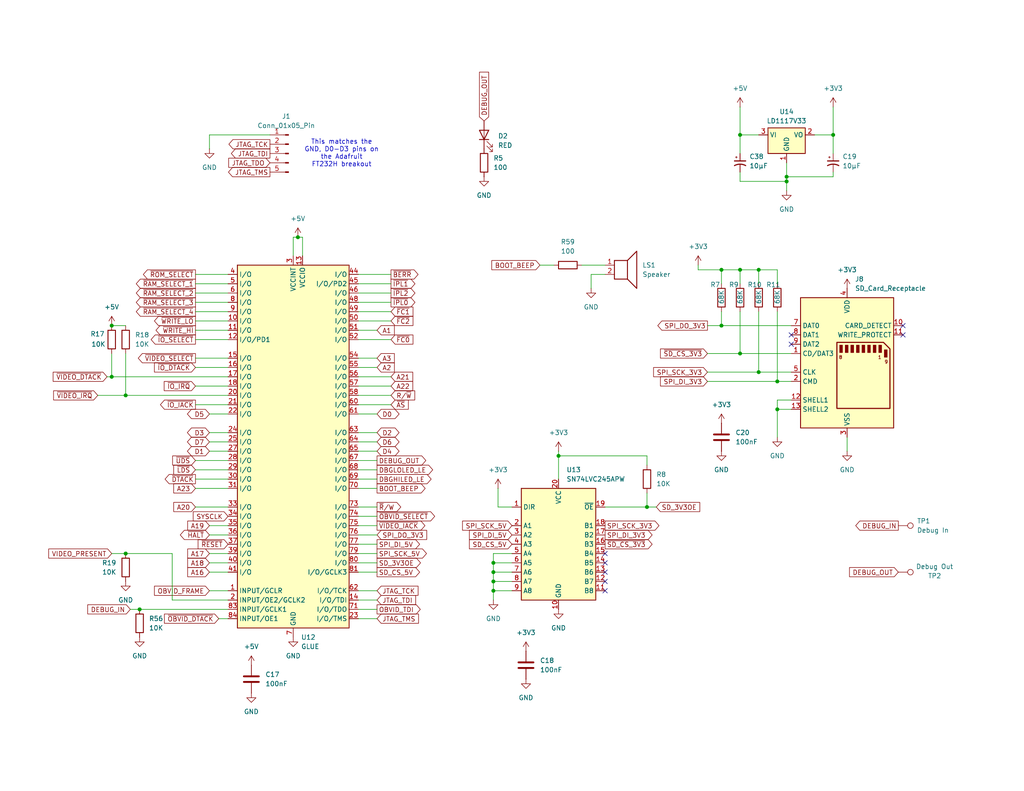
<source format=kicad_sch>
(kicad_sch (version 20250114) (generator "eeschema") (generator_version "9.0")
  (paper "USLetter")
  (lib_symbols
    (symbol "CPLD_Microchip:ATF1508ASx-xxJx84"
      (property "Reference" "U" (at -15.24 49.784 0))
      (property "Value" "ATF1508ASx-xxJx84" (at 24.384 49.784 0))
      (symbol "ATF1508ASx-xxJx84_0_1"
        (rectangle (start -15.24 48.26) (end 15.24 -50.8) (stroke (width 0.254)) (fill (type background)))
      )
      (symbol "ATF1508ASx-xxJx84_1_0"
        (pin input line (at -17.78 -45.72 0) (length 2.54) (name "INPUT/GCLK1") (number "83"))
        (pin input line (at -17.78 -48.26 0) (length 2.54) (name "INPUT/OE1") (number "84"))
        (pin passive line (at 0 -53.34 90) (length 2.54) (hide yes) (name "GND") (number "47"))
        (pin passive line (at 0 -53.34 90) (length 2.54) (hide yes) (name "GND") (number "59"))
        (pin passive line (at 0 -53.34 90) (length 2.54) (hide yes) (name "GND") (number "72"))
        (pin passive line (at 0 -53.34 90) (length 2.54) (hide yes) (name "GND") (number "82"))
        (pin power_in line (at 2.54 50.8 270) (length 2.54) (name "VCCIO") (number "13"))
        (pin passive line (at 2.54 50.8 270) (length 2.54) (hide yes) (name "VCCIO") (number "66"))
        (pin passive line (at 2.54 50.8 270) (length 2.54) (hide yes) (name "VCCIO") (number "78"))
        (pin bidirectional line (at 17.78 43.18 180) (length 2.54) (name "I/O/PD2") (number "45"))
        (pin bidirectional line (at 17.78 40.64 180) (length 2.54) (name "I/O") (number "46"))
        (pin bidirectional line (at 17.78 38.1 180) (length 2.54) (name "I/O") (number "48"))
        (pin bidirectional line (at 17.78 35.56 180) (length 2.54) (name "I/O") (number "49"))
        (pin bidirectional line (at 17.78 33.02 180) (length 2.54) (name "I/O") (number "50"))
        (pin bidirectional line (at 17.78 30.48 180) (length 2.54) (name "I/O") (number "51"))
        (pin bidirectional line (at 17.78 27.94 180) (length 2.54) (name "I/O") (number "52"))
        (pin bidirectional line (at 17.78 22.86 180) (length 2.54) (name "I/O") (number "54"))
        (pin bidirectional line (at 17.78 20.32 180) (length 2.54) (name "I/O") (number "55"))
        (pin bidirectional line (at 17.78 17.78 180) (length 2.54) (name "I/O") (number "56"))
        (pin bidirectional line (at 17.78 15.24 180) (length 2.54) (name "I/O") (number "57"))
        (pin bidirectional line (at 17.78 12.7 180) (length 2.54) (name "I/O") (number "58"))
        (pin bidirectional line (at 17.78 10.16 180) (length 2.54) (name "I/O") (number "60"))
        (pin bidirectional line (at 17.78 7.62 180) (length 2.54) (name "I/O") (number "61"))
        (pin bidirectional line (at 17.78 2.54 180) (length 2.54) (name "I/O") (number "63"))
        (pin bidirectional line (at 17.78 0 180) (length 2.54) (name "I/O") (number "64"))
        (pin bidirectional line (at 17.78 -2.54 180) (length 2.54) (name "I/O") (number "65"))
        (pin bidirectional line (at 17.78 -5.08 180) (length 2.54) (name "I/O") (number "67"))
        (pin bidirectional line (at 17.78 -7.62 180) (length 2.54) (name "I/O") (number "68"))
        (pin bidirectional line (at 17.78 -10.16 180) (length 2.54) (name "I/O") (number "69"))
        (pin bidirectional line (at 17.78 -12.7 180) (length 2.54) (name "I/O") (number "70"))
        (pin bidirectional line (at 17.78 -17.78 180) (length 2.54) (name "I/O") (number "73"))
        (pin bidirectional line (at 17.78 -20.32 180) (length 2.54) (name "I/O") (number "74"))
        (pin bidirectional line (at 17.78 -22.86 180) (length 2.54) (name "I/O") (number "75"))
        (pin bidirectional line (at 17.78 -25.4 180) (length 2.54) (name "I/O") (number "76"))
        (pin bidirectional line (at 17.78 -27.94 180) (length 2.54) (name "I/O") (number "77"))
        (pin bidirectional line (at 17.78 -30.48 180) (length 2.54) (name "I/O") (number "79"))
        (pin bidirectional line (at 17.78 -33.02 180) (length 2.54) (name "I/O") (number "80"))
        (pin bidirectional line (at 17.78 -35.56 180) (length 2.54) (name "I/O/GCLK3") (number "81"))
        (pin bidirectional line (at 17.78 -40.64 180) (length 2.54) (name "I/O/TCK") (number "62"))
        (pin bidirectional line (at 17.78 -45.72 180) (length 2.54) (name "I/O/TDO") (number "71"))
      )
      (symbol "ATF1508ASx-xxJx84_1_1"
        (pin bidirectional line (at -17.78 45.72 0) (length 2.54) (name "I/O") (number "4"))
        (pin bidirectional line (at -17.78 43.18 0) (length 2.54) (name "I/O") (number "5"))
        (pin bidirectional line (at -17.78 40.64 0) (length 2.54) (name "I/O") (number "6"))
        (pin bidirectional line (at -17.78 38.1 0) (length 2.54) (name "I/O") (number "8"))
        (pin bidirectional line (at -17.78 35.56 0) (length 2.54) (name "I/O") (number "9"))
        (pin bidirectional line (at -17.78 33.02 0) (length 2.54) (name "I/O") (number "10"))
        (pin bidirectional line (at -17.78 30.48 0) (length 2.54) (name "I/O") (number "11"))
        (pin bidirectional line (at -17.78 27.94 0) (length 2.54) (name "I/O/PD1") (number "12"))
        (pin bidirectional line (at -17.78 22.86 0) (length 2.54) (name "I/O") (number "15"))
        (pin bidirectional line (at -17.78 20.32 0) (length 2.54) (name "I/O") (number "16"))
        (pin bidirectional line (at -17.78 17.78 0) (length 2.54) (name "I/O") (number "17"))
        (pin bidirectional line (at -17.78 15.24 0) (length 2.54) (name "I/O") (number "18"))
        (pin bidirectional line (at -17.78 12.7 0) (length 2.54) (name "I/O") (number "20"))
        (pin bidirectional line (at -17.78 10.16 0) (length 2.54) (name "I/O") (number "21"))
        (pin bidirectional line (at -17.78 7.62 0) (length 2.54) (name "I/O") (number "22"))
        (pin bidirectional line (at -17.78 2.54 0) (length 2.54) (name "I/O") (number "24"))
        (pin bidirectional line (at -17.78 0 0) (length 2.54) (name "I/O") (number "25"))
        (pin bidirectional line (at -17.78 -2.54 0) (length 2.54) (name "I/O") (number "27"))
        (pin bidirectional line (at -17.78 -5.08 0) (length 2.54) (name "I/O") (number "28"))
        (pin bidirectional line (at -17.78 -7.62 0) (length 2.54) (name "I/O") (number "29"))
        (pin bidirectional line (at -17.78 -10.16 0) (length 2.54) (name "I/O") (number "30"))
        (pin bidirectional line (at -17.78 -12.7 0) (length 2.54) (name "I/O") (number "31"))
        (pin bidirectional line (at -17.78 -17.78 0) (length 2.54) (name "I/O") (number "33"))
        (pin bidirectional line (at -17.78 -20.32 0) (length 2.54) (name "I/O") (number "34"))
        (pin bidirectional line (at -17.78 -22.86 0) (length 2.54) (name "I/O") (number "35"))
        (pin bidirectional line (at -17.78 -25.4 0) (length 2.54) (name "I/O") (number "36"))
        (pin bidirectional line (at -17.78 -27.94 0) (length 2.54) (name "I/O") (number "37"))
        (pin bidirectional line (at -17.78 -30.48 0) (length 2.54) (name "I/O") (number "39"))
        (pin bidirectional line (at -17.78 -33.02 0) (length 2.54) (name "I/O") (number "40"))
        (pin bidirectional line (at -17.78 -35.56 0) (length 2.54) (name "I/O") (number "41"))
        (pin input line (at -17.78 -40.64 0) (length 2.54) (name "INPUT/GCLR") (number "1"))
        (pin input line (at -17.78 -43.18 0) (length 2.54) (name "INPUT/OE2/GCLK2") (number "2"))
        (pin power_in line (at 0 50.8 270) (length 2.54) (name "VCCINT") (number "3"))
        (pin passive line (at 0 50.8 270) (length 2.54) (hide yes) (name "VCCINT") (number "43"))
        (pin passive line (at 0 -53.34 90) (length 2.54) (hide yes) (name "GND") (number "19"))
        (pin passive line (at 0 -53.34 90) (length 2.54) (hide yes) (name "GND") (number "32"))
        (pin passive line (at 0 -53.34 90) (length 2.54) (hide yes) (name "GND") (number "42"))
        (pin power_in line (at 0 -53.34 90) (length 2.54) (name "GND") (number "7"))
        (pin passive line (at 2.54 50.8 270) (length 2.54) (hide yes) (name "VCCIO") (number "26"))
        (pin passive line (at 2.54 50.8 270) (length 2.54) (hide yes) (name "VCCIO") (number "38"))
        (pin passive line (at 2.54 50.8 270) (length 2.54) (hide yes) (name "VCCIO") (number "53"))
        (pin bidirectional line (at 17.78 45.72 180) (length 2.54) (name "I/O") (number "44"))
        (pin bidirectional line (at 17.78 -43.18 180) (length 2.54) (name "I/O/TDI") (number "14"))
        (pin bidirectional line (at 17.78 -48.26 180) (length 2.54) (name "I/O/TMS") (number "23"))
      )
    )
    (symbol "Connector:Conn_01x05_Pin" (pin_names (offset 1.016) (hide yes))
      (property "Reference" "J" (at 0 7.62 0))
      (property "Value" "Conn_01x05_Pin" (at 0 -7.62 0))
      (symbol "Conn_01x05_Pin_1_1"
        (rectangle (start 0.8636 5.207) (end 0 4.953) (stroke (width 0.1524)) (fill (type outline)))
        (rectangle (start 0.8636 2.667) (end 0 2.413) (stroke (width 0.1524)) (fill (type outline)))
        (rectangle (start 0.8636 0.127) (end 0 -0.127) (stroke (width 0.1524)) (fill (type outline)))
        (rectangle (start 0.8636 -2.413) (end 0 -2.667) (stroke (width 0.1524)) (fill (type outline)))
        (rectangle (start 0.8636 -4.953) (end 0 -5.207) (stroke (width 0.1524)) (fill (type outline)))
        (polyline (pts (xy 1.27 5.08) (xy 0.8636 5.08)) (stroke (width 0.1524)))
        (polyline (pts (xy 1.27 2.54) (xy 0.8636 2.54)) (stroke (width 0.1524)))
        (polyline (pts (xy 1.27 0) (xy 0.8636 0)) (stroke (width 0.1524)))
        (polyline (pts (xy 1.27 -2.54) (xy 0.8636 -2.54)) (stroke (width 0.1524)))
        (polyline (pts (xy 1.27 -5.08) (xy 0.8636 -5.08)) (stroke (width 0.1524)))
        (pin passive line (at 5.08 5.08 180) (length 3.81) (name "Pin_1") (number "1"))
        (pin passive line (at 5.08 2.54 180) (length 3.81) (name "Pin_2") (number "2"))
        (pin passive line (at 5.08 0 180) (length 3.81) (name "Pin_3") (number "3"))
        (pin passive line (at 5.08 -2.54 180) (length 3.81) (name "Pin_4") (number "4"))
        (pin passive line (at 5.08 -5.08 180) (length 3.81) (name "Pin_5") (number "5"))
      )
    )
    (symbol "Connector:SD_Card_Receptacle"
      (property "Reference" "J" (at -11.938 19.304 0))
      (property "Value" "SD_Card_Receptacle" (at 10.922 -19.558 0))
      (symbol "SD_Card_Receptacle_0_1"
        (rectangle (start -2.032 2.794) (end -1.27 4.826) (fill (type outline)))
        (rectangle (start -0.508 2.794) (end 0.254 4.826) (fill (type outline)))
        (rectangle (start 1.016 2.794) (end 1.778 4.826) (fill (type outline)))
        (rectangle (start 2.54 2.794) (end 3.302 4.826) (fill (type outline)))
        (rectangle (start 4.064 2.794) (end 4.826 4.826) (fill (type outline)))
        (rectangle (start 5.588 2.794) (end 6.35 4.826) (fill (type outline)))
        (rectangle (start 7.112 2.794) (end 7.874 4.826) (fill (type outline)))
        (rectangle (start 8.636 2.794) (end 9.398 4.826) (fill (type outline)))
        (rectangle (start 10.16 1.524) (end 10.922 3.556) (fill (type outline)))
      )
      (symbol "SD_Card_Receptacle_1_1"
        (rectangle (start -12.7 17.78) (end 12.7 -17.78) (stroke (width 0.254)) (fill (type background)))
        (polyline (pts (xy 9.906 5.588) (xy -2.794 5.588) (xy -2.794 -12.446) (xy 11.684 -12.446) (xy 11.684 3.81) (xy 9.906 5.588)) (stroke (width 0.3)))
        (text "8" (at -1.778 1.524 0) (effects (font (size 0.9 0.9))))
        (text "1" (at 8.89 1.524 0) (effects (font (size 0.9 0.9))))
        (text "9" (at 10.668 0.254 0) (effects (font (size 0.9 0.9))))
        (pin bidirectional line (at -15.24 10.16 0) (length 2.54) (name "DAT0") (number "7"))
        (pin bidirectional line (at -15.24 7.62 0) (length 2.54) (name "DAT1") (number "8"))
        (pin bidirectional line (at -15.24 5.08 0) (length 2.54) (name "DAT2") (number "9"))
        (pin bidirectional line (at -15.24 2.54 0) (length 2.54) (name "CD/DAT3") (number "1"))
        (pin input line (at -15.24 -2.54 0) (length 2.54) (name "CLK") (number "5"))
        (pin bidirectional line (at -15.24 -5.08 0) (length 2.54) (name "CMD") (number "2"))
        (pin passive line (at -15.24 -10.16 0) (length 2.54) (name "SHELL1") (number "12"))
        (pin passive line (at -15.24 -12.7 0) (length 2.54) (name "SHELL2") (number "13"))
        (pin power_in line (at 0 20.32 270) (length 2.54) (name "VDD") (number "4"))
        (pin power_in line (at 0 -20.32 90) (length 2.54) (name "VSS") (number "3"))
        (pin passive line (at 0 -20.32 90) (length 2.54) (hide yes) (name "VSS") (number "6"))
        (pin output line (at 15.24 10.16 180) (length 2.54) (name "CARD_DETECT") (number "10"))
        (pin output line (at 15.24 7.62 180) (length 2.54) (name "WRITE_PROTECT") (number "11"))
      )
    )
    (symbol "Connector:TestPoint" (pin_numbers (hide yes)) (pin_names (offset 0.762) (hide yes))
      (property "Reference" "TP" (at 0 6.858 0))
      (property "Value" "TestPoint" (at 0 5.08 0))
      (symbol "TestPoint_0_1"
        (circle (center 0 3.302) (radius 0.762))
      )
      (symbol "TestPoint_1_1"
        (pin passive line (at 0 0 90) (length 2.54) (name "1") (number "1"))
      )
    )
    (symbol "Device:C" (pin_numbers (hide yes)) (pin_names (offset 0.254))
      (property "Reference" "C" (at 0.635 2.54 0))
      (property "Value" "C" (at 0.635 -2.54 0))
      (symbol "C_0_1"
        (polyline (pts (xy -2.032 0.762) (xy 2.032 0.762)) (stroke (width 0.508)))
        (polyline (pts (xy -2.032 -0.762) (xy 2.032 -0.762)) (stroke (width 0.508)))
      )
      (symbol "C_1_1"
        (pin passive line (at 0 3.81 270) (length 2.794) (name "~") (number "1"))
        (pin passive line (at 0 -3.81 90) (length 2.794) (name "~") (number "2"))
      )
    )
    (symbol "Device:C_Polarized_Small_US" (pin_numbers (hide yes)) (pin_names (offset 0.254) (hide yes))
      (property "Reference" "C" (at 0.254 1.778 0))
      (property "Value" "C_Polarized_Small_US" (at 0.254 -2.032 0))
      (symbol "C_Polarized_Small_US_0_1"
        (polyline (pts (xy -1.524 0.508) (xy 1.524 0.508)) (stroke (width 0.3048)))
        (polyline (pts (xy -1.27 1.524) (xy -0.762 1.524)))
        (polyline (pts (xy -1.016 1.27) (xy -1.016 1.778)))
        (arc (start -1.524 -0.762) (mid 0 -0.3734) (end 1.524 -0.762) (stroke (width 0.3048)))
      )
      (symbol "C_Polarized_Small_US_1_1"
        (pin passive line (at 0 2.54 270) (length 2.032) (name "~") (number "1"))
        (pin passive line (at 0 -2.54 90) (length 2.032) (name "~") (number "2"))
      )
    )
    (symbol "Device:LED" (pin_numbers (hide yes)) (pin_names (offset 1.016) (hide yes))
      (property "Reference" "D" (at 0 2.54 0))
      (property "Value" "LED" (at 0 -2.54 0))
      (symbol "LED_0_1"
        (polyline (pts (xy -3.048 -0.762) (xy -4.572 -2.286) (xy -3.81 -2.286) (xy -4.572 -2.286) (xy -4.572 -1.524)))
        (polyline (pts (xy -1.778 -0.762) (xy -3.302 -2.286) (xy -2.54 -2.286) (xy -3.302 -2.286) (xy -3.302 -1.524)))
        (polyline (pts (xy -1.27 0) (xy 1.27 0)))
        (polyline (pts (xy -1.27 -1.27) (xy -1.27 1.27)) (stroke (width 0.254)))
        (polyline (pts (xy 1.27 -1.27) (xy 1.27 1.27) (xy -1.27 0) (xy 1.27 -1.27)) (stroke (width 0.254)))
      )
      (symbol "LED_1_1"
        (pin passive line (at -3.81 0 0) (length 2.54) (name "K") (number "1"))
        (pin passive line (at 3.81 0 180) (length 2.54) (name "A") (number "2"))
      )
    )
    (symbol "Device:R" (pin_numbers (hide yes)) (pin_names (offset 0))
      (property "Reference" "R" (at 2.032 0 90))
      (property "Value" "R" (at 0 0 90))
      (symbol "R_0_1"
        (rectangle (start -1.016 -2.54) (end 1.016 2.54) (stroke (width 0.254)))
      )
      (symbol "R_1_1"
        (pin passive line (at 0 3.81 270) (length 1.27) (name "~") (number "1"))
        (pin passive line (at 0 -3.81 90) (length 1.27) (name "~") (number "2"))
      )
    )
    (symbol "Device:Speaker" (pin_names (offset 0) (hide yes))
      (property "Reference" "LS" (at 1.27 5.715 0))
      (property "Value" "Speaker" (at 1.27 3.81 0))
      (symbol "Speaker_0_0"
        (rectangle (start -2.54 1.27) (end 1.016 -3.81) (stroke (width 0.254)))
        (polyline (pts (xy 1.016 1.27) (xy 3.556 3.81) (xy 3.556 -6.35) (xy 1.016 -3.81)) (stroke (width 0.254)))
      )
      (symbol "Speaker_1_1"
        (pin input line (at -5.08 0 0) (length 2.54) (name "1") (number "1"))
        (pin input line (at -5.08 -2.54 0) (length 2.54) (name "2") (number "2"))
      )
    )
    (symbol "Logic_LevelTranslator:SN74LVC245APW"
      (property "Reference" "U" (at -10.16 17.78 0))
      (property "Value" "SN74LVC245APW" (at 10.16 17.78 0))
      (symbol "SN74LVC245APW_0_1"
        (rectangle (start -10.16 15.24) (end 10.16 -15.24) (stroke (width 0.254)) (fill (type background)))
      )
      (symbol "SN74LVC245APW_1_1"
        (pin input line (at -12.7 10.16 0) (length 2.54) (name "DIR") (number "1"))
        (pin bidirectional line (at -12.7 5.08 0) (length 2.54) (name "A1") (number "2"))
        (pin bidirectional line (at -12.7 2.54 0) (length 2.54) (name "A2") (number "3"))
        (pin bidirectional line (at -12.7 0 0) (length 2.54) (name "A3") (number "4"))
        (pin bidirectional line (at -12.7 -2.54 0) (length 2.54) (name "A4") (number "5"))
        (pin bidirectional line (at -12.7 -5.08 0) (length 2.54) (name "A5") (number "6"))
        (pin bidirectional line (at -12.7 -7.62 0) (length 2.54) (name "A6") (number "7"))
        (pin bidirectional line (at -12.7 -10.16 0) (length 2.54) (name "A7") (number "8"))
        (pin bidirectional line (at -12.7 -12.7 0) (length 2.54) (name "A8") (number "9"))
        (pin power_in line (at 0 17.78 270) (length 2.54) (name "VCC") (number "20"))
        (pin power_in line (at 0 -17.78 90) (length 2.54) (name "GND") (number "10"))
        (pin input line (at 12.7 10.16 180) (length 2.54) (name "~{OE}") (number "19"))
        (pin bidirectional line (at 12.7 5.08 180) (length 2.54) (name "B1") (number "18"))
        (pin bidirectional line (at 12.7 2.54 180) (length 2.54) (name "B2") (number "17"))
        (pin bidirectional line (at 12.7 0 180) (length 2.54) (name "B3") (number "16"))
        (pin bidirectional line (at 12.7 -2.54 180) (length 2.54) (name "B4") (number "15"))
        (pin bidirectional line (at 12.7 -5.08 180) (length 2.54) (name "B5") (number "14"))
        (pin bidirectional line (at 12.7 -7.62 180) (length 2.54) (name "B6") (number "13"))
        (pin bidirectional line (at 12.7 -10.16 180) (length 2.54) (name "B7") (number "12"))
        (pin bidirectional line (at 12.7 -12.7 180) (length 2.54) (name "B8") (number "11"))
      )
    )
    (symbol "Regulator_Linear:LD1117V33"
      (property "Reference" "U" (at -3.81 3.175 0))
      (property "Value" "LD1117V33" (at 0 3.175 0))
      (symbol "LD1117V33_0_1"
        (rectangle (start -5.08 -5.08) (end 5.08 1.905) (stroke (width 0.254)) (fill (type background)))
      )
      (symbol "LD1117V33_1_1"
        (pin power_in line (at -7.62 0 0) (length 2.54) (name "VI") (number "3"))
        (pin power_in line (at 0 -7.62 90) (length 2.54) (name "GND") (number "1"))
        (pin power_out line (at 7.62 0 180) (length 2.54) (name "VO") (number "2"))
      )
    )
    (symbol "power:+3V3" (power) (pin_numbers (hide yes)) (pin_names (offset 0) (hide yes))
      (property "Value" "+3V3" (at 0 3.556 0))
      (symbol "+3V3_0_1"
        (polyline (pts (xy -0.762 1.27) (xy 0 2.54)))
        (polyline (pts (xy 0 2.54) (xy 0.762 1.27)))
        (polyline (pts (xy 0 0) (xy 0 2.54)))
      )
      (symbol "+3V3_1_1"
        (pin power_in line (at 0 0 90) (length 0) (name "~") (number "1"))
      )
    )
    (symbol "power:+5V" (power) (pin_numbers (hide yes)) (pin_names (offset 0) (hide yes))
      (property "Value" "+5V" (at 0 3.556 0))
      (symbol "+5V_0_1"
        (polyline (pts (xy -0.762 1.27) (xy 0 2.54)))
        (polyline (pts (xy 0 2.54) (xy 0.762 1.27)))
        (polyline (pts (xy 0 0) (xy 0 2.54)))
      )
      (symbol "+5V_1_1"
        (pin power_in line (at 0 0 90) (length 0) (name "~") (number "1"))
      )
    )
    (symbol "power:GND" (power) (pin_numbers (hide yes)) (pin_names (offset 0) (hide yes))
      (property "Value" "GND" (at 0 -3.81 0))
      (symbol "GND_0_1"
        (polyline (pts (xy 0 0) (xy 0 -1.27) (xy 1.27 -1.27) (xy 0 -2.54) (xy -1.27 -1.27) (xy 0 -1.27)))
      )
      (symbol "GND_1_1"
        (pin power_in line (at 0 0 270) (length 0) (name "~") (number "1"))
      )
    )
  )
  (text "This matches the\nGND, D0-D3 pins on\nthe Adafruit\nFT232H breakout" (at 93.218 41.91 0) (effects (font (size 1.27 1.27))))
  (junction (at 214.63 48.26))
  (junction (at 134.62 161.29))
  (junction (at 196.85 73.66))
  (junction (at 212.09 111.76))
  (junction (at 134.62 158.75))
  (junction (at 212.09 104.14))
  (junction (at 201.93 36.83))
  (junction (at 134.62 153.67))
  (junction (at 34.29 151.13))
  (junction (at 152.4 124.46))
  (junction (at 176.53 138.43))
  (junction (at 207.01 73.66))
  (junction (at 227.33 36.83))
  (junction (at 196.85 88.9))
  (junction (at 201.93 96.52))
  (junction (at 214.63 49.53))
  (junction (at 134.62 156.21))
  (junction (at 207.01 101.6))
  (junction (at 81.28 64.77))
  (junction (at 30.48 88.9))
  (junction (at 34.29 107.95))
  (junction (at 201.93 73.66))
  (junction (at 38.1 166.37))
  (junction (at 30.48 102.87))
  (no_connect (at 215.9 93.98))
  (no_connect (at 165.1 153.67))
  (no_connect (at 215.9 91.44))
  (no_connect (at 165.1 156.21))
  (no_connect (at 165.1 151.13))
  (no_connect (at 165.1 161.29))
  (no_connect (at 246.38 88.9))
  (no_connect (at 165.1 158.75))
  (no_connect (at 246.38 91.44))
  (wire (pts (xy 190.5 72.39) (xy 190.5 73.66)))
  (wire (pts (xy 34.29 96.52) (xy 34.29 107.95)))
  (wire (pts (xy 212.09 111.76) (xy 212.09 119.38)))
  (wire (pts (xy 215.9 109.22) (xy 212.09 109.22)))
  (wire (pts (xy 34.29 107.95) (xy 62.23 107.95)))
  (wire (pts (xy 53.34 80.01) (xy 62.23 80.01)))
  (wire (pts (xy 134.62 156.21) (xy 139.7 156.21)))
  (wire (pts (xy 62.23 146.05) (xy 57.15 146.05)))
  (wire (pts (xy 81.28 64.77) (xy 82.55 64.77)))
  (wire (pts (xy 227.33 29.21) (xy 227.33 36.83)))
  (wire (pts (xy 97.79 151.13) (xy 102.87 151.13)))
  (wire (pts (xy 193.04 104.14) (xy 212.09 104.14)))
  (wire (pts (xy 176.53 127) (xy 176.53 124.46)))
  (wire (pts (xy 152.4 124.46) (xy 176.53 124.46)))
  (wire (pts (xy 57.15 36.83) (xy 73.66 36.83)))
  (wire (pts (xy 147.32 72.39) (xy 151.13 72.39)))
  (wire (pts (xy 97.79 113.03) (xy 102.87 113.03)))
  (wire (pts (xy 135.89 133.35) (xy 135.89 138.43)))
  (wire (pts (xy 62.23 143.51) (xy 57.15 143.51)))
  (wire (pts (xy 53.34 128.27) (xy 62.23 128.27)))
  (wire (pts (xy 97.79 148.59) (xy 102.87 148.59)))
  (wire (pts (xy 222.25 36.83) (xy 227.33 36.83)))
  (wire (pts (xy 214.63 49.53) (xy 214.63 52.07)))
  (wire (pts (xy 97.79 90.17) (xy 102.87 90.17)))
  (wire (pts (xy 214.63 44.45) (xy 214.63 48.26)))
  (wire (pts (xy 80.01 64.77) (xy 81.28 64.77)))
  (wire (pts (xy 53.34 125.73) (xy 62.23 125.73)))
  (wire (pts (xy 53.34 82.55) (xy 62.23 82.55)))
  (wire (pts (xy 227.33 46.99) (xy 227.33 48.26)))
  (wire (pts (xy 201.93 36.83) (xy 201.93 41.91)))
  (wire (pts (xy 30.48 102.87) (xy 62.23 102.87)))
  (wire (pts (xy 97.79 163.83) (xy 102.87 163.83)))
  (wire (pts (xy 53.34 105.41) (xy 62.23 105.41)))
  (wire (pts (xy 165.1 138.43) (xy 176.53 138.43)))
  (wire (pts (xy 97.79 125.73) (xy 102.87 125.73)))
  (wire (pts (xy 196.85 77.47) (xy 196.85 73.66)))
  (wire (pts (xy 97.79 133.35) (xy 102.87 133.35)))
  (wire (pts (xy 106.68 74.93) (xy 97.79 74.93)))
  (wire (pts (xy 29.21 102.87) (xy 30.48 102.87)))
  (wire (pts (xy 53.34 97.79) (xy 62.23 97.79)))
  (wire (pts (xy 135.89 138.43) (xy 139.7 138.43)))
  (wire (pts (xy 106.68 102.87) (xy 97.79 102.87)))
  (wire (pts (xy 176.53 134.62) (xy 176.53 138.43)))
  (wire (pts (xy 97.79 140.97) (xy 102.87 140.97)))
  (wire (pts (xy 212.09 104.14) (xy 215.9 104.14)))
  (wire (pts (xy 106.68 107.95) (xy 97.79 107.95)))
  (wire (pts (xy 134.62 153.67) (xy 139.7 153.67)))
  (wire (pts (xy 62.23 151.13) (xy 57.15 151.13)))
  (wire (pts (xy 30.48 88.9) (xy 34.29 88.9)))
  (wire (pts (xy 152.4 124.46) (xy 152.4 130.81)))
  (wire (pts (xy 26.67 107.95) (xy 34.29 107.95)))
  (wire (pts (xy 97.79 97.79) (xy 102.87 97.79)))
  (wire (pts (xy 30.48 96.52) (xy 30.48 102.87)))
  (wire (pts (xy 62.23 118.11) (xy 57.15 118.11)))
  (wire (pts (xy 231.14 119.38) (xy 231.14 123.19)))
  (wire (pts (xy 134.62 156.21) (xy 134.62 158.75)))
  (wire (pts (xy 53.34 130.81) (xy 62.23 130.81)))
  (wire (pts (xy 106.68 85.09) (xy 97.79 85.09)))
  (wire (pts (xy 82.55 69.85) (xy 82.55 64.77)))
  (wire (pts (xy 34.29 151.13) (xy 30.48 151.13)))
  (wire (pts (xy 106.68 87.63) (xy 97.79 87.63)))
  (wire (pts (xy 46.99 151.13) (xy 46.99 163.83)))
  (wire (pts (xy 201.93 46.99) (xy 201.93 49.53)))
  (wire (pts (xy 158.75 72.39) (xy 165.1 72.39)))
  (wire (pts (xy 97.79 130.81) (xy 102.87 130.81)))
  (wire (pts (xy 212.09 109.22) (xy 212.09 111.76)))
  (wire (pts (xy 193.04 96.52) (xy 201.93 96.52)))
  (wire (pts (xy 134.62 151.13) (xy 134.62 153.67)))
  (wire (pts (xy 97.79 153.67) (xy 102.87 153.67)))
  (wire (pts (xy 46.99 163.83) (xy 62.23 163.83)))
  (wire (pts (xy 193.04 88.9) (xy 196.85 88.9)))
  (wire (pts (xy 97.79 166.37) (xy 102.87 166.37)))
  (wire (pts (xy 53.34 90.17) (xy 62.23 90.17)))
  (wire (pts (xy 214.63 48.26) (xy 214.63 49.53)))
  (wire (pts (xy 139.7 151.13) (xy 134.62 151.13)))
  (wire (pts (xy 165.1 74.93) (xy 161.29 74.93)))
  (wire (pts (xy 53.34 87.63) (xy 62.23 87.63)))
  (wire (pts (xy 97.79 128.27) (xy 102.87 128.27)))
  (wire (pts (xy 212.09 73.66) (xy 212.09 77.47)))
  (wire (pts (xy 212.09 111.76) (xy 215.9 111.76)))
  (wire (pts (xy 97.79 143.51) (xy 102.87 143.51)))
  (wire (pts (xy 207.01 77.47) (xy 207.01 73.66)))
  (wire (pts (xy 62.23 161.29) (xy 57.15 161.29)))
  (wire (pts (xy 196.85 85.09) (xy 196.85 88.9)))
  (wire (pts (xy 193.04 101.6) (xy 207.01 101.6)))
  (wire (pts (xy 97.79 118.11) (xy 102.87 118.11)))
  (wire (pts (xy 97.79 146.05) (xy 102.87 146.05)))
  (wire (pts (xy 46.99 151.13) (xy 34.29 151.13)))
  (wire (pts (xy 176.53 138.43) (xy 179.07 138.43)))
  (wire (pts (xy 80.01 64.77) (xy 80.01 69.85)))
  (wire (pts (xy 97.79 168.91) (xy 102.87 168.91)))
  (wire (pts (xy 106.68 80.01) (xy 97.79 80.01)))
  (wire (pts (xy 207.01 85.09) (xy 207.01 101.6)))
  (wire (pts (xy 53.34 74.93) (xy 62.23 74.93)))
  (wire (pts (xy 196.85 88.9) (xy 215.9 88.9)))
  (wire (pts (xy 134.62 153.67) (xy 134.62 156.21)))
  (wire (pts (xy 62.23 153.67) (xy 57.15 153.67)))
  (wire (pts (xy 59.69 168.91) (xy 62.23 168.91)))
  (wire (pts (xy 62.23 123.19) (xy 57.15 123.19)))
  (wire (pts (xy 35.56 166.37) (xy 38.1 166.37)))
  (wire (pts (xy 201.93 73.66) (xy 207.01 73.66)))
  (wire (pts (xy 134.62 161.29) (xy 134.62 163.83)))
  (wire (pts (xy 106.68 110.49) (xy 97.79 110.49)))
  (wire (pts (xy 53.34 77.47) (xy 62.23 77.47)))
  (wire (pts (xy 214.63 48.26) (xy 227.33 48.26)))
  (wire (pts (xy 62.23 156.21) (xy 57.15 156.21)))
  (wire (pts (xy 227.33 36.83) (xy 227.33 41.91)))
  (wire (pts (xy 201.93 85.09) (xy 201.93 96.52)))
  (wire (pts (xy 53.34 100.33) (xy 62.23 100.33)))
  (wire (pts (xy 62.23 113.03) (xy 57.15 113.03)))
  (wire (pts (xy 97.79 100.33) (xy 102.87 100.33)))
  (wire (pts (xy 97.79 156.21) (xy 102.87 156.21)))
  (wire (pts (xy 106.68 92.71) (xy 97.79 92.71)))
  (wire (pts (xy 152.4 123.19) (xy 152.4 124.46)))
  (wire (pts (xy 97.79 120.65) (xy 102.87 120.65)))
  (wire (pts (xy 62.23 120.65) (xy 57.15 120.65)))
  (wire (pts (xy 97.79 138.43) (xy 102.87 138.43)))
  (wire (pts (xy 106.68 77.47) (xy 97.79 77.47)))
  (wire (pts (xy 106.68 82.55) (xy 97.79 82.55)))
  (wire (pts (xy 134.62 158.75) (xy 139.7 158.75)))
  (wire (pts (xy 53.34 133.35) (xy 62.23 133.35)))
  (wire (pts (xy 57.15 40.64) (xy 57.15 36.83)))
  (wire (pts (xy 53.34 85.09) (xy 62.23 85.09)))
  (wire (pts (xy 201.93 49.53) (xy 214.63 49.53)))
  (wire (pts (xy 134.62 161.29) (xy 139.7 161.29)))
  (wire (pts (xy 97.79 123.19) (xy 102.87 123.19)))
  (wire (pts (xy 161.29 74.93) (xy 161.29 78.74)))
  (wire (pts (xy 97.79 161.29) (xy 102.87 161.29)))
  (wire (pts (xy 212.09 85.09) (xy 212.09 104.14)))
  (wire (pts (xy 190.5 73.66) (xy 196.85 73.66)))
  (wire (pts (xy 207.01 101.6) (xy 215.9 101.6)))
  (wire (pts (xy 53.34 110.49) (xy 62.23 110.49)))
  (wire (pts (xy 134.62 158.75) (xy 134.62 161.29)))
  (wire (pts (xy 53.34 92.71) (xy 62.23 92.71)))
  (wire (pts (xy 201.93 29.21) (xy 201.93 36.83)))
  (wire (pts (xy 106.68 105.41) (xy 97.79 105.41)))
  (wire (pts (xy 201.93 36.83) (xy 207.01 36.83)))
  (wire (pts (xy 201.93 96.52) (xy 215.9 96.52)))
  (wire (pts (xy 201.93 73.66) (xy 201.93 77.47)))
  (wire (pts (xy 53.34 138.43) (xy 62.23 138.43)))
  (wire (pts (xy 38.1 166.37) (xy 62.23 166.37)))
  (wire (pts (xy 207.01 73.66) (xy 212.09 73.66)))
  (wire (pts (xy 196.85 73.66) (xy 201.93 73.66)))
  (global_label "~{IPL0}" (shape output) (at 106.68 82.55 0) (property "Intersheetrefs" "${INTERSHEET_REFS}" (effects (hide yes))))
  (global_label "SD_CS_5V" (shape output) (at 102.87 156.21 0) (property "Intersheetrefs" "${INTERSHEET_REFS}" (effects (hide yes))))
  (global_label "A23" (shape input) (at 53.34 133.35 180) (property "Intersheetrefs" "${INTERSHEET_REFS}" (effects (hide yes))))
  (global_label "~{OBVID_DTACK}" (shape input) (at 59.69 168.91 180) (property "Intersheetrefs" "${INTERSHEET_REFS}" (effects (hide yes))))
  (global_label "VIDEO_PRESENT" (shape input) (at 30.48 151.13 180) (property "Intersheetrefs" "${INTERSHEET_REFS}" (effects (hide yes))))
  (global_label "~{RAM_SELECT_2}" (shape output) (at 53.34 80.01 180) (property "Intersheetrefs" "${INTERSHEET_REFS}" (effects (hide yes))))
  (global_label "OBVID_TDI" (shape output) (at 102.87 166.37 0) (property "Intersheetrefs" "${INTERSHEET_REFS}" (effects (hide yes))))
  (global_label "~{OBVID_SELECT}" (shape output) (at 102.87 140.97 0) (property "Intersheetrefs" "${INTERSHEET_REFS}" (effects (hide yes))))
  (global_label "~{IO_IRQ}" (shape input) (at 53.34 105.41 180) (property "Intersheetrefs" "${INTERSHEET_REFS}" (effects (hide yes))))
  (global_label "~{FC1}" (shape input) (at 106.68 85.09 0) (property "Intersheetrefs" "${INTERSHEET_REFS}" (effects (hide yes))))
  (global_label "~{RESET}" (shape input) (at 62.23 148.59 180) (property "Intersheetrefs" "${INTERSHEET_REFS}" (effects (hide yes))))
  (global_label "DBGHILED_LE" (shape output) (at 102.87 130.81 0) (property "Intersheetrefs" "${INTERSHEET_REFS}" (effects (hide yes))))
  (global_label "A1" (shape input) (at 102.87 90.17 0) (property "Intersheetrefs" "${INTERSHEET_REFS}" (effects (hide yes))))
  (global_label "~{IO_IACK}" (shape output) (at 53.34 110.49 180) (property "Intersheetrefs" "${INTERSHEET_REFS}" (effects (hide yes))))
  (global_label "~{RAM_SELECT_1}" (shape output) (at 53.34 77.47 180) (property "Intersheetrefs" "${INTERSHEET_REFS}" (effects (hide yes))))
  (global_label "A17" (shape input) (at 57.15 151.13 180) (property "Intersheetrefs" "${INTERSHEET_REFS}" (effects (hide yes))))
  (global_label "SD_3V3OE" (shape input) (at 179.07 138.43 0) (property "Intersheetrefs" "${INTERSHEET_REFS}" (effects (hide yes))))
  (global_label "DEBUG_OUT" (shape output) (at 102.87 125.73 0) (property "Intersheetrefs" "${INTERSHEET_REFS}" (effects (hide yes))))
  (global_label "~{VIDEO_IRQ}" (shape input) (at 26.67 107.95 180) (property "Intersheetrefs" "${INTERSHEET_REFS}" (effects (hide yes))))
  (global_label "JTAG_TDI" (shape input) (at 102.87 163.83 0) (property "Intersheetrefs" "${INTERSHEET_REFS}" (effects (hide yes))))
  (global_label "BOOT_BEEP" (shape input) (at 147.32 72.39 180) (property "Intersheetrefs" "${INTERSHEET_REFS}" (effects (hide yes))))
  (global_label "SPI_SCK_5V" (shape output) (at 102.87 151.13 0) (property "Intersheetrefs" "${INTERSHEET_REFS}" (effects (hide yes))))
  (global_label "~{R}{slash}W" (shape output) (at 102.87 138.43 0) (property "Intersheetrefs" "${INTERSHEET_REFS}" (effects (hide yes))))
  (global_label "A22" (shape input) (at 106.68 105.41 0) (property "Intersheetrefs" "${INTERSHEET_REFS}" (effects (hide yes))))
  (global_label "JTAG_TCK" (shape output) (at 73.66 39.37 180) (property "Intersheetrefs" "${INTERSHEET_REFS}" (effects (hide yes))))
  (global_label "SD_CS_5V" (shape input) (at 139.7 148.59 180) (property "Intersheetrefs" "${INTERSHEET_REFS}" (effects (hide yes))))
  (global_label "D6" (shape bidirectional) (at 102.87 120.65 0) (property "Intersheetrefs" "${INTERSHEET_REFS}" (effects (hide yes))))
  (global_label "SD_3V3OE" (shape output) (at 102.87 153.67 0) (property "Intersheetrefs" "${INTERSHEET_REFS}" (effects (hide yes))))
  (global_label "OBVID_FRAME" (shape input) (at 57.15 161.29 180) (property "Intersheetrefs" "${INTERSHEET_REFS}" (effects (hide yes))))
  (global_label "~{BERR}" (shape output) (at 106.68 74.93 0) (property "Intersheetrefs" "${INTERSHEET_REFS}" (effects (hide yes))))
  (global_label "JTAG_TMS" (shape output) (at 73.66 46.99 180) (property "Intersheetrefs" "${INTERSHEET_REFS}" (effects (hide yes))))
  (global_label "SPI_DO_3V3" (shape output) (at 193.04 88.9 180) (property "Intersheetrefs" "${INTERSHEET_REFS}" (effects (hide yes))))
  (global_label "D0" (shape bidirectional) (at 102.87 113.03 0) (property "Intersheetrefs" "${INTERSHEET_REFS}" (effects (hide yes))))
  (global_label "DEBUG_IN" (shape output) (at 245.11 143.51 180) (property "Intersheetrefs" "${INTERSHEET_REFS}" (effects (hide yes))))
  (global_label "~{IPL2}" (shape output) (at 106.68 80.01 0) (property "Intersheetrefs" "${INTERSHEET_REFS}" (effects (hide yes))))
  (global_label "~{HALT}" (shape bidirectional) (at 57.15 146.05 180) (property "Intersheetrefs" "${INTERSHEET_REFS}" (effects (hide yes))))
  (global_label "SPI_DO_3V3" (shape input) (at 102.87 146.05 0) (property "Intersheetrefs" "${INTERSHEET_REFS}" (effects (hide yes))))
  (global_label "SPI_SCK_5V" (shape input) (at 139.7 143.51 180) (property "Intersheetrefs" "${INTERSHEET_REFS}" (effects (hide yes))))
  (global_label "~{ROM_SELECT}" (shape output) (at 53.34 74.93 180) (property "Intersheetrefs" "${INTERSHEET_REFS}" (effects (hide yes))))
  (global_label "JTAG_TDO" (shape input) (at 73.66 44.45 180) (property "Intersheetrefs" "${INTERSHEET_REFS}" (effects (hide yes))))
  (global_label "~{IO_DTACK}" (shape input) (at 53.34 100.33 180) (property "Intersheetrefs" "${INTERSHEET_REFS}" (effects (hide yes))))
  (global_label "D1" (shape bidirectional) (at 57.15 123.19 180) (property "Intersheetrefs" "${INTERSHEET_REFS}" (effects (hide yes))))
  (global_label "SYSCLK" (shape input) (at 62.23 140.97 180) (property "Intersheetrefs" "${INTERSHEET_REFS}" (effects (hide yes))))
  (global_label "A16" (shape input) (at 57.15 156.21 180) (property "Intersheetrefs" "${INTERSHEET_REFS}" (effects (hide yes))))
  (global_label "~{IO_SELECT}" (shape output) (at 53.34 92.71 180) (property "Intersheetrefs" "${INTERSHEET_REFS}" (effects (hide yes))))
  (global_label "A3" (shape input) (at 102.87 97.79 0) (property "Intersheetrefs" "${INTERSHEET_REFS}" (effects (hide yes))))
  (global_label "A20" (shape input) (at 53.34 138.43 180) (property "Intersheetrefs" "${INTERSHEET_REFS}" (effects (hide yes))))
  (global_label "JTAG_TDI" (shape output) (at 73.66 41.91 180) (property "Intersheetrefs" "${INTERSHEET_REFS}" (effects (hide yes))))
  (global_label "~{FC0}" (shape input) (at 106.68 92.71 0) (property "Intersheetrefs" "${INTERSHEET_REFS}" (effects (hide yes))))
  (global_label "~{VIDEO_SELECT}" (shape output) (at 53.34 97.79 180) (property "Intersheetrefs" "${INTERSHEET_REFS}" (effects (hide yes))))
  (global_label "SPI_DI_5V" (shape input) (at 139.7 146.05 180) (property "Intersheetrefs" "${INTERSHEET_REFS}" (effects (hide yes))))
  (global_label "A21" (shape input) (at 106.68 102.87 0) (property "Intersheetrefs" "${INTERSHEET_REFS}" (effects (hide yes))))
  (global_label "SPI_DI_3V3" (shape output) (at 165.1 146.05 0) (property "Intersheetrefs" "${INTERSHEET_REFS}" (effects (hide yes))))
  (global_label "A2" (shape input) (at 102.87 100.33 0) (property "Intersheetrefs" "${INTERSHEET_REFS}" (effects (hide yes))))
  (global_label "JTAG_TCK" (shape input) (at 102.87 161.29 0) (property "Intersheetrefs" "${INTERSHEET_REFS}" (effects (hide yes))))
  (global_label "~{UDS}" (shape input) (at 53.34 125.73 180) (property "Intersheetrefs" "${INTERSHEET_REFS}" (effects (hide yes))))
  (global_label "~{RAM_SELECT_3}" (shape output) (at 53.34 82.55 180) (property "Intersheetrefs" "${INTERSHEET_REFS}" (effects (hide yes))))
  (global_label "~{WRITE_HI}" (shape output) (at 53.34 90.17 180) (property "Intersheetrefs" "${INTERSHEET_REFS}" (effects (hide yes))))
  (global_label "SPI_SCK_3V3" (shape input) (at 193.04 101.6 180) (property "Intersheetrefs" "${INTERSHEET_REFS}" (effects (hide yes))))
  (global_label "~{RAM_SELECT_4}" (shape output) (at 53.34 85.09 180) (property "Intersheetrefs" "${INTERSHEET_REFS}" (effects (hide yes))))
  (global_label "SPI_DI_5V" (shape output) (at 102.87 148.59 0) (property "Intersheetrefs" "${INTERSHEET_REFS}" (effects (hide yes))))
  (global_label "SPI_SCK_3V3" (shape output) (at 165.1 143.51 0) (property "Intersheetrefs" "${INTERSHEET_REFS}" (effects (hide yes))))
  (global_label "~{SD_CS_3V3}" (shape input) (at 193.04 96.52 180) (property "Intersheetrefs" "${INTERSHEET_REFS}" (effects (hide yes))))
  (global_label "D3" (shape bidirectional) (at 57.15 118.11 180) (property "Intersheetrefs" "${INTERSHEET_REFS}" (effects (hide yes))))
  (global_label "R{slash}~{W}" (shape input) (at 106.68 107.95 0) (property "Intersheetrefs" "${INTERSHEET_REFS}" (effects (hide yes))))
  (global_label "DEBUG_OUT" (shape input) (at 132.08 33.02 90) (property "Intersheetrefs" "${INTERSHEET_REFS}" (effects (hide yes))))
  (global_label "D7" (shape bidirectional) (at 57.15 120.65 180) (property "Intersheetrefs" "${INTERSHEET_REFS}" (effects (hide yes))))
  (global_label "BOOT_BEEP" (shape output) (at 102.87 133.35 0) (property "Intersheetrefs" "${INTERSHEET_REFS}" (effects (hide yes))))
  (global_label "DEBUG_IN" (shape input) (at 35.56 166.37 180) (property "Intersheetrefs" "${INTERSHEET_REFS}" (effects (hide yes))))
  (global_label "DEBUG_OUT" (shape input) (at 245.11 156.21 180) (property "Intersheetrefs" "${INTERSHEET_REFS}" (effects (hide yes))))
  (global_label "~{LDS}" (shape input) (at 53.34 128.27 180) (property "Intersheetrefs" "${INTERSHEET_REFS}" (effects (hide yes))))
  (global_label "SPI_DI_3V3" (shape input) (at 193.04 104.14 180) (property "Intersheetrefs" "${INTERSHEET_REFS}" (effects (hide yes))))
  (global_label "D4" (shape bidirectional) (at 102.87 123.19 0) (property "Intersheetrefs" "${INTERSHEET_REFS}" (effects (hide yes))))
  (global_label "~{VIDEO_IACK}" (shape output) (at 102.87 143.51 0) (property "Intersheetrefs" "${INTERSHEET_REFS}" (effects (hide yes))))
  (global_label "D2" (shape bidirectional) (at 102.87 118.11 0) (property "Intersheetrefs" "${INTERSHEET_REFS}" (effects (hide yes))))
  (global_label "~{DTACK}" (shape output) (at 53.34 130.81 180) (property "Intersheetrefs" "${INTERSHEET_REFS}" (effects (hide yes))))
  (global_label "~{WRITE_LO}" (shape output) (at 53.34 87.63 180) (property "Intersheetrefs" "${INTERSHEET_REFS}" (effects (hide yes))))
  (global_label "JTAG_TMS" (shape input) (at 102.87 168.91 0) (property "Intersheetrefs" "${INTERSHEET_REFS}" (effects (hide yes))))
  (global_label "D5" (shape bidirectional) (at 57.15 113.03 180) (property "Intersheetrefs" "${INTERSHEET_REFS}" (effects (hide yes))))
  (global_label "~{SD_CS_3V3}" (shape output) (at 165.1 148.59 0) (property "Intersheetrefs" "${INTERSHEET_REFS}" (effects (hide yes))))
  (global_label "~{VIDEO_DTACK}" (shape input) (at 29.21 102.87 180) (property "Intersheetrefs" "${INTERSHEET_REFS}" (effects (hide yes))))
  (global_label "~{IPL1}" (shape output) (at 106.68 77.47 0) (property "Intersheetrefs" "${INTERSHEET_REFS}" (effects (hide yes))))
  (global_label "A18" (shape input) (at 57.15 153.67 180) (property "Intersheetrefs" "${INTERSHEET_REFS}" (effects (hide yes))))
  (global_label "DBGLOLED_LE" (shape output) (at 102.87 128.27 0) (property "Intersheetrefs" "${INTERSHEET_REFS}" (effects (hide yes))))
  (global_label "A19" (shape input) (at 57.15 143.51 180) (property "Intersheetrefs" "${INTERSHEET_REFS}" (effects (hide yes))))
  (global_label "~{AS}" (shape input) (at 106.68 110.49 0) (property "Intersheetrefs" "${INTERSHEET_REFS}" (effects (hide yes))))
  (global_label "~{FC2}" (shape input) (at 106.68 87.63 0) (property "Intersheetrefs" "${INTERSHEET_REFS}" (effects (hide yes))))
  (symbol (lib_id "power:+3V3") (at 196.85 115.57 0) (unit 1)
    (property "Reference" "#PWR0139" (effects (hide yes)))
    (property "Value" "+3V3" (at 196.85 110.49 0))
    (property "Description" "Power symbol creates a global label with name \"+3V3\"" (effects (hide yes)))
  )
  (symbol (lib_id "power:GND") (at 212.09 119.38 0) (unit 1)
    (property "Reference" "#PWR082" (effects (hide yes)))
    (property "Value" "GND" (at 212.09 124.46 0))
    (property "Description" "Power symbol creates a global label with name \"GND\" , ground" (effects (hide yes)))
  )
  (symbol (lib_id "Connector:TestPoint") (at 245.11 156.21 270) (unit 1)
    (property "Reference" "TP2" (at 255.016 157.226 90))
    (property "Value" "Debug Out" (at 255.016 154.686 90))
    (property "Footprint" "Connector_PinHeader_2.54mm:PinHeader_1x01_P2.54mm_Vertical" (effects (hide yes)))
    (property "Description" "test point" (effects (hide yes)))
  )
  (symbol (lib_id "Device:R") (at 154.94 72.39 270) (unit 1)
    (property "Reference" "R59" (at 154.94 66.04 90))
    (property "Value" "100" (at 154.94 68.58 90))
    (property "Footprint" "Resistor_THT:R_Axial_DIN0207_L6.3mm_D2.5mm_P10.16mm_Horizontal" (effects (hide yes)))
    (property "Description" "Resistor" (effects (hide yes)))
  )
  (symbol (lib_id "Regulator_Linear:LD1117V33") (at 214.63 36.83 0) (unit 1)
    (property "Reference" "U14" (at 214.63 30.48 0))
    (property "Value" "LD1117V33" (at 214.63 33.02 0))
    (property "Footprint" "Package_TO_SOT_THT:TO-220-3_Vertical" (effects (hide yes)))
    (property "Datasheet" "https://www.st.com/resource/en/datasheet/ld1117.pdf" (effects (hide yes)))
    (property "Description" "800 mA Fixed Low Drop Positive Voltage Regulator (ldo). Max input 15V. Fixed Output 3.3V. TO-220-3" (effects (hide yes)))
  )
  (symbol (lib_id "power:+5V") (at 81.28 64.77 0) (unit 1)
    (property "Reference" "#PWR067" (effects (hide yes)))
    (property "Value" "+5V" (at 81.28 59.69 0))
    (property "Description" "Power symbol creates a global label with name \"+5V\"" (effects (hide yes)))
  )
  (symbol (lib_id "Connector:SD_Card_Receptacle") (at 231.14 99.06 0) (unit 1)
    (property "Reference" "J8" (at 233.2833 76.2 0) (effects (justify left)))
    (property "Value" "SD_Card_Receptacle" (at 233.2833 78.74 0) (effects (justify left)))
    (property "Footprint" "board:10067847-001RLF" (effects (hide yes)))
    (property "Datasheet" "http://portal.fciconnect.com/Comergent//fci/drawing/10067847.pdf" (effects (hide yes)))
    (property "Description" "SD card receptacle" (effects (hide yes)))
  )
  (symbol (lib_id "power:+5V") (at 68.58 181.61 0) (unit 1)
    (property "Reference" "#PWR064" (effects (hide yes)))
    (property "Value" "+5V" (at 68.58 176.53 0))
    (property "Description" "Power symbol creates a global label with name \"+5V\"" (effects (hide yes)))
  )
  (symbol (lib_id "Logic_LevelTranslator:SN74LVC245APW") (at 152.4 148.59 0) (unit 1)
    (property "Reference" "U13" (at 154.5433 128.27 0) (effects (justify left)))
    (property "Value" "SN74LVC245APW" (at 154.5433 130.81 0) (effects (justify left)))
    (property "Footprint" "Package_DIP:DIP-20_W7.62mm" (effects (hide yes)))
    (property "Datasheet" "https://www.ti.com/lit/ds/scas218x/scas218x.pdf" (effects (hide yes)))
    (property "Description" "8-Bit Single-Supply Bus Transceiver With 5V tolerant input voltage and 3-State Outputs 24mA, TSSOP-20" (effects (hide yes)))
    (property "Digikey" "https://www.digikey.com/en/products/detail/texas-instruments/SN74LVC245AN/377483?s=N4IgjCBcoGwJxVAYygMwIYBsDOBTANCAPZQDaIALGGABxwDsIAuoQA4AuUIAyuwE4BLAHYBzEAF9CAWgBMiECkj8ArgWJkQAVmbjJIOZHL0KmAG5IZFbU3FA" (effects (hide yes)))
  )
  (symbol (lib_id "power:+5V") (at 30.48 88.9 0) (unit 1)
    (property "Reference" "#PWR01" (effects (hide yes)))
    (property "Value" "+5V" (at 30.48 83.82 0))
    (property "Description" "Power symbol creates a global label with name \"+5V\"" (effects (hide yes)))
  )
  (symbol (lib_id "power:GND") (at 231.14 123.19 0) (unit 1)
    (property "Reference" "#PWR083" (effects (hide yes)))
    (property "Value" "GND" (at 231.14 128.27 0))
    (property "Description" "Power symbol creates a global label with name \"GND\" , ground" (effects (hide yes)))
  )
  (symbol (lib_id "power:GND") (at 196.85 123.19 0) (unit 1)
    (property "Reference" "#PWR0140" (effects (hide yes)))
    (property "Value" "GND" (at 196.85 128.27 0))
    (property "Description" "Power symbol creates a global label with name \"GND\" , ground" (effects (hide yes)))
  )
  (symbol (lib_id "Connector:Conn_01x05_Pin") (at 78.74 41.91 0) (mirror y) (unit 1)
    (property "Reference" "J1" (at 78.105 31.75 0))
    (property "Value" "Conn_01x05_Pin" (at 78.105 34.29 0))
    (property "Footprint" "Connector_PinHeader_2.54mm:PinHeader_1x05_P2.54mm_Vertical" (effects (hide yes)))
    (property "Description" "Generic connector, single row, 01x05, script generated" (effects (hide yes)))
  )
  (symbol (lib_id "Device:R") (at 38.1 170.18 0) (unit 1)
    (property "Reference" "R56" (at 40.64 168.9099 0) (effects (justify left)))
    (property "Value" "10K" (at 40.64 171.4499 0) (effects (justify left)))
    (property "Footprint" "Resistor_THT:R_Axial_DIN0207_L6.3mm_D2.5mm_P10.16mm_Horizontal" (effects (hide yes)))
    (property "Description" "Resistor" (effects (hide yes)))
  )
  (symbol (lib_id "power:+3V3") (at 231.14 78.74 0) (unit 1)
    (property "Reference" "#PWR076" (effects (hide yes)))
    (property "Value" "+3V3" (at 231.14 73.66 0))
    (property "Description" "Power symbol creates a global label with name \"+3V3\"" (effects (hide yes)))
  )
  (symbol (lib_id "Device:R") (at 34.29 92.71 0) (unit 1)
    (property "Reference" "R18" (at 36.83 91.4399 0) (effects (justify left)))
    (property "Value" "10K" (at 36.83 93.9799 0) (effects (justify left)))
    (property "Footprint" "Resistor_THT:R_Axial_DIN0207_L6.3mm_D2.5mm_P10.16mm_Horizontal" (effects (hide yes)))
    (property "Description" "Resistor" (effects (hide yes)))
  )
  (symbol (lib_id "power:GND") (at 161.29 78.74 0) (unit 1)
    (property "Reference" "#PWR0149" (effects (hide yes)))
    (property "Value" "GND" (at 161.29 83.82 0))
    (property "Description" "Power symbol creates a global label with name \"GND\" , ground" (effects (hide yes)))
  )
  (symbol (lib_id "CPLD_Microchip:ATF1508ASx-xxJx84") (at 80.01 120.65 0) (unit 1)
    (property "Reference" "U12" (at 82.1533 173.99 0) (effects (justify left)))
    (property "Value" "GLUE" (at 82.1533 176.53 0) (effects (justify left)))
    (property "Footprint" "Package_LCC:PLCC-84_THT-Socket" (effects (hide yes)))
    (property "Datasheet" "https://ww1.microchip.com/downloads/en/DeviceDoc/doc0784.pdf" (effects (hide yes)))
    (property "Description" "Atmel/Microchip CPLD, 128 Macrocell, 5V supply, PLCC-84" (effects (hide yes)))
  )
  (symbol (lib_id "Device:C") (at 143.51 181.61 0) (unit 1)
    (property "Reference" "C18" (at 147.32 180.3399 0) (effects (justify left)))
    (property "Value" "100nF" (at 147.32 182.8799 0) (effects (justify left)))
    (property "Footprint" "Capacitor_THT:C_Disc_D5.0mm_W2.5mm_P5.00mm" (effects (hide yes)))
    (property "Description" "Unpolarized capacitor" (effects (hide yes)))
  )
  (symbol (lib_id "power:+3V3") (at 143.51 177.8 0) (unit 1)
    (property "Reference" "#PWR0137" (effects (hide yes)))
    (property "Value" "+3V3" (at 143.51 172.72 0))
    (property "Description" "Power symbol creates a global label with name \"+3V3\"" (effects (hide yes)))
  )
  (symbol (lib_id "Device:R") (at 201.93 81.28 0) (unit 1)
    (property "Reference" "R9" (at 198.882 77.724 0) (effects (justify left)))
    (property "Value" "68K" (at 201.93 83.058 90) (effects (justify left)))
    (property "Footprint" "Resistor_THT:R_Axial_DIN0207_L6.3mm_D2.5mm_P10.16mm_Horizontal" (effects (hide yes)))
    (property "Description" "Resistor" (effects (hide yes)))
  )
  (symbol (lib_id "power:GND") (at 214.63 52.07 0) (unit 1)
    (property "Reference" "#PWR080" (effects (hide yes)))
    (property "Value" "GND" (at 214.63 57.15 0))
    (property "Description" "Power symbol creates a global label with name \"GND\" , ground" (effects (hide yes)))
  )
  (symbol (lib_id "power:GND") (at 38.1 173.99 0) (unit 1)
    (property "Reference" "#PWR0148" (effects (hide yes)))
    (property "Value" "GND" (at 38.1 179.07 0))
    (property "Description" "Power symbol creates a global label with name \"GND\" , ground" (effects (hide yes)))
  )
  (symbol (lib_id "Device:C_Polarized_Small_US") (at 201.93 44.45 0) (unit 1)
    (property "Reference" "C38" (at 204.47 42.7481 0) (effects (justify left)))
    (property "Value" "10µF" (at 204.47 45.2881 0) (effects (justify left)))
    (property "Footprint" "Capacitor_THT:CP_Radial_D5.0mm_P2.50mm" (effects (hide yes)))
    (property "Description" "Polarized capacitor, small US symbol" (effects (hide yes)))
  )
  (symbol (lib_id "power:GND") (at 152.4 166.37 0) (unit 1)
    (property "Reference" "#PWR069" (effects (hide yes)))
    (property "Value" "GND" (at 152.4 171.45 0))
    (property "Description" "Power symbol creates a global label with name \"GND\" , ground" (effects (hide yes)))
  )
  (symbol (lib_id "Device:R") (at 30.48 92.71 0) (unit 1)
    (property "Reference" "R17" (at 24.638 91.186 0) (effects (justify left)))
    (property "Value" "10K" (at 24.892 93.98 0) (effects (justify left)))
    (property "Footprint" "Resistor_THT:R_Axial_DIN0207_L6.3mm_D2.5mm_P10.16mm_Horizontal" (effects (hide yes)))
    (property "Description" "Resistor" (effects (hide yes)))
  )
  (symbol (lib_id "Connector:TestPoint") (at 245.11 143.51 270) (unit 1)
    (property "Reference" "TP1" (at 250.19 142.2399 90) (effects (justify left)))
    (property "Value" "Debug In" (at 250.19 144.7799 90) (effects (justify left)))
    (property "Footprint" "Connector_PinHeader_2.54mm:PinHeader_1x01_P2.54mm_Vertical" (effects (hide yes)))
    (property "Description" "test point" (effects (hide yes)))
  )
  (symbol (lib_id "Device:R") (at 212.09 81.28 0) (unit 1)
    (property "Reference" "R11" (at 209.042 77.724 0) (effects (justify left)))
    (property "Value" "68K" (at 212.09 83.058 90) (effects (justify left)))
    (property "Footprint" "Resistor_THT:R_Axial_DIN0207_L6.3mm_D2.5mm_P10.16mm_Horizontal" (effects (hide yes)))
    (property "Description" "Resistor" (effects (hide yes)))
  )
  (symbol (lib_id "power:+3V3") (at 135.89 133.35 0) (unit 1)
    (property "Reference" "#PWR070" (effects (hide yes)))
    (property "Value" "+3V3" (at 135.89 128.27 0))
    (property "Description" "Power symbol creates a global label with name \"+3V3\"" (effects (hide yes)))
  )
  (symbol (lib_id "Device:LED") (at 132.08 36.83 90) (unit 1)
    (property "Reference" "D2" (at 135.89 37.1474 90) (effects (justify right)))
    (property "Value" "RED" (at 135.89 39.6874 90) (effects (justify right)))
    (property "Footprint" "LED_THT:LED_D3.0mm" (effects (hide yes)))
    (property "Description" "POWER LED" (effects (hide yes)))
    (property "Sim.Pins" "1=K 2=A" (effects (hide yes)))
  )
  (symbol (lib_id "Device:C") (at 68.58 185.42 0) (unit 1)
    (property "Reference" "C17" (at 72.39 184.1499 0) (effects (justify left)))
    (property "Value" "100nF" (at 72.39 186.6899 0) (effects (justify left)))
    (property "Footprint" "Capacitor_THT:C_Disc_D5.0mm_W2.5mm_P5.00mm" (effects (hide yes)))
    (property "Description" "Unpolarized capacitor" (effects (hide yes)))
  )
  (symbol (lib_id "power:GND") (at 132.08 48.26 0) (unit 1)
    (property "Reference" "#PWR068" (effects (hide yes)))
    (property "Value" "GND" (at 132.08 53.34 0))
    (property "Description" "Power symbol creates a global label with name \"GND\" , ground" (effects (hide yes)))
  )
  (symbol (lib_id "Device:R") (at 34.29 154.94 0) (mirror y) (unit 1)
    (property "Reference" "R19" (at 31.75 153.6699 0) (effects (justify left)))
    (property "Value" "10K" (at 31.75 156.2099 0) (effects (justify left)))
    (property "Footprint" "Resistor_THT:R_Axial_DIN0207_L6.3mm_D2.5mm_P10.16mm_Horizontal" (effects (hide yes)))
    (property "Description" "Resistor" (effects (hide yes)))
  )
  (symbol (lib_id "Device:Speaker") (at 170.18 72.39 0) (unit 1)
    (property "Reference" "LS1" (at 175.26 72.3899 0) (effects (justify left)))
    (property "Value" "Speaker" (at 175.26 74.9299 0) (effects (justify left)))
    (property "Footprint" "Buzzer_Beeper:MagneticBuzzer_StarMicronics_QMX" (effects (hide yes)))
    (property "Description" "Speaker" (effects (hide yes)))
  )
  (symbol (lib_id "power:+3V3") (at 152.4 123.19 0) (unit 1)
    (property "Reference" "#PWR0136" (effects (hide yes)))
    (property "Value" "+3V3" (at 152.4 118.11 0))
    (property "Description" "Power symbol creates a global label with name \"+3V3\"" (effects (hide yes)))
  )
  (symbol (lib_id "Device:C_Polarized_Small_US") (at 227.33 44.45 0) (unit 1)
    (property "Reference" "C19" (at 229.87 42.7481 0) (effects (justify left)))
    (property "Value" "10µF" (at 229.87 45.2881 0) (effects (justify left)))
    (property "Footprint" "Capacitor_THT:CP_Radial_D5.0mm_P2.50mm" (effects (hide yes)))
    (property "Description" "Polarized capacitor, small US symbol" (effects (hide yes)))
  )
  (symbol (lib_id "Device:R") (at 196.85 81.28 0) (unit 1)
    (property "Reference" "R7" (at 193.802 77.724 0) (effects (justify left)))
    (property "Value" "68K" (at 196.85 83.058 90) (effects (justify left)))
    (property "Footprint" "Resistor_THT:R_Axial_DIN0207_L6.3mm_D2.5mm_P10.16mm_Horizontal" (effects (hide yes)))
    (property "Description" "Resistor" (effects (hide yes)))
  )
  (symbol (lib_id "power:+3V3") (at 227.33 29.21 0) (unit 1)
    (property "Reference" "#PWR081" (effects (hide yes)))
    (property "Value" "+3V3" (at 227.33 24.13 0))
    (property "Description" "Power symbol creates a global label with name \"+3V3\"" (effects (hide yes)))
  )
  (symbol (lib_id "power:GND") (at 143.51 185.42 0) (unit 1)
    (property "Reference" "#PWR0138" (effects (hide yes)))
    (property "Value" "GND" (at 143.51 190.5 0))
    (property "Description" "Power symbol creates a global label with name \"GND\" , ground" (effects (hide yes)))
  )
  (symbol (lib_id "Device:R") (at 176.53 130.81 0) (unit 1)
    (property "Reference" "R8" (at 179.07 129.5399 0) (effects (justify left)))
    (property "Value" "10K" (at 179.07 132.0799 0) (effects (justify left)))
    (property "Footprint" "Resistor_THT:R_Axial_DIN0207_L6.3mm_D2.5mm_P10.16mm_Horizontal" (effects (hide yes)))
    (property "Description" "Resistor" (effects (hide yes)))
  )
  (symbol (lib_id "power:GND") (at 34.29 158.75 0) (mirror y) (unit 1)
    (property "Reference" "#PWR0161" (effects (hide yes)))
    (property "Value" "GND" (at 34.29 163.83 0))
    (property "Description" "Power symbol creates a global label with name \"GND\" , ground" (effects (hide yes)))
  )
  (symbol (lib_id "power:+3V3") (at 190.5 72.39 0) (unit 1)
    (property "Reference" "#PWR075" (effects (hide yes)))
    (property "Value" "+3V3" (at 190.5 67.31 0))
    (property "Description" "Power symbol creates a global label with name \"+3V3\"" (effects (hide yes)))
  )
  (symbol (lib_id "Device:R") (at 207.01 81.28 0) (unit 1)
    (property "Reference" "R10" (at 203.962 77.724 0) (effects (justify left)))
    (property "Value" "68K" (at 207.01 83.058 90) (effects (justify left)))
    (property "Footprint" "Resistor_THT:R_Axial_DIN0207_L6.3mm_D2.5mm_P10.16mm_Horizontal" (effects (hide yes)))
    (property "Description" "Resistor" (effects (hide yes)))
  )
  (symbol (lib_id "power:GND") (at 134.62 163.83 0) (unit 1)
    (property "Reference" "#PWR061" (effects (hide yes)))
    (property "Value" "GND" (at 134.62 168.91 0))
    (property "Description" "Power symbol creates a global label with name \"GND\" , ground" (effects (hide yes)))
  )
  (symbol (lib_id "power:+5V") (at 201.93 29.21 0) (unit 1)
    (property "Reference" "#PWR079" (effects (hide yes)))
    (property "Value" "+5V" (at 201.93 24.13 0))
    (property "Description" "Power symbol creates a global label with name \"+5V\"" (effects (hide yes)))
  )
  (symbol (lib_id "power:GND") (at 80.01 173.99 0) (unit 1)
    (property "Reference" "#PWR066" (effects (hide yes)))
    (property "Value" "GND" (at 80.01 179.07 0))
    (property "Description" "Power symbol creates a global label with name \"GND\" , ground" (effects (hide yes)))
  )
  (symbol (lib_id "Device:C") (at 196.85 119.38 0) (unit 1)
    (property "Reference" "C20" (at 200.66 118.1099 0) (effects (justify left)))
    (property "Value" "100nF" (at 200.66 120.6499 0) (effects (justify left)))
    (property "Footprint" "Capacitor_THT:C_Disc_D5.0mm_W2.5mm_P5.00mm" (effects (hide yes)))
    (property "Description" "Unpolarized capacitor" (effects (hide yes)))
  )
  (symbol (lib_id "Device:R") (at 132.08 44.45 0) (unit 1)
    (property "Reference" "R5" (at 134.62 43.1799 0) (effects (justify left)))
    (property "Value" "100" (at 134.62 45.7199 0) (effects (justify left)))
    (property "Footprint" "Resistor_THT:R_Axial_DIN0207_L6.3mm_D2.5mm_P10.16mm_Horizontal" (effects (hide yes)))
    (property "Description" "Resistor" (effects (hide yes)))
  )
  (symbol (lib_id "power:GND") (at 57.15 40.64 0) (unit 1)
    (property "Reference" "#PWR073" (effects (hide yes)))
    (property "Value" "GND" (at 57.15 45.72 0))
    (property "Description" "Power symbol creates a global label with name \"GND\" , ground" (effects (hide yes)))
  )
  (symbol (lib_id "power:GND") (at 68.58 189.23 0) (unit 1)
    (property "Reference" "#PWR065" (effects (hide yes)))
    (property "Value" "GND" (at 68.58 194.31 0))
    (property "Description" "Power symbol creates a global label with name \"GND\" , ground" (effects (hide yes)))
  )
)
</source>
